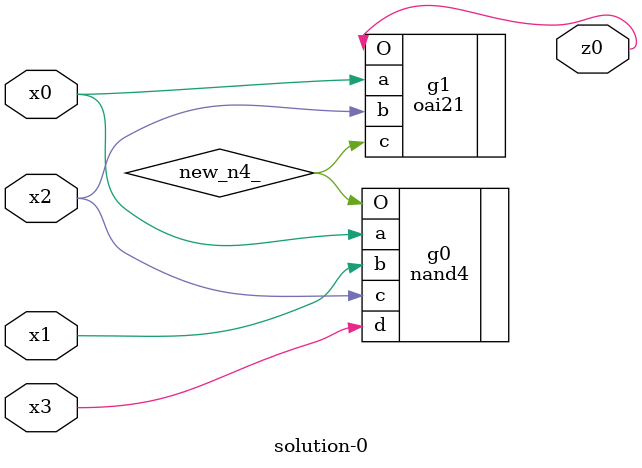
<source format=v>
module \solution-0 (
  x0, x1, x2, x3,
  z0 );
  input x0, x1, x2, x3;
  output z0;
  wire new_n4_;
  nand4  g0(.a(x0), .b(x1), .c(x2), .d(x3), .O(new_n4_));
  oai21  g1(.a(x0), .b(x2), .c(new_n4_), .O(z0));
endmodule

</source>
